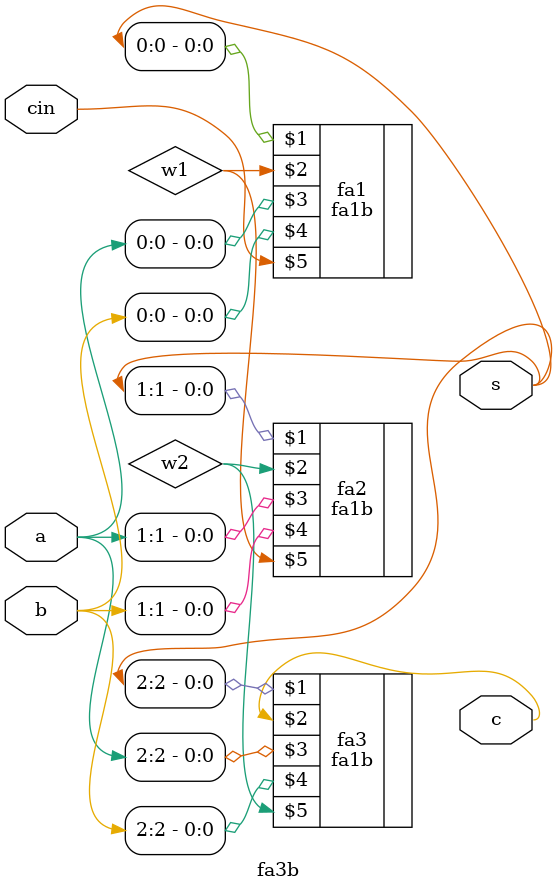
<source format=v>
module fa3b (s,c,a,b,cin);
input [2:0]a,b;
input cin;
output [2:0]s;
output c;
wire w1, w2;
fa1b fa1(s[0], w1, a[0], b[0], cin);
fa1b fa2(s[1], w2, a[1], b[1], w1);
fa1b fa3(s[2], c, a[2], b[2], w2);
endmodule
</source>
